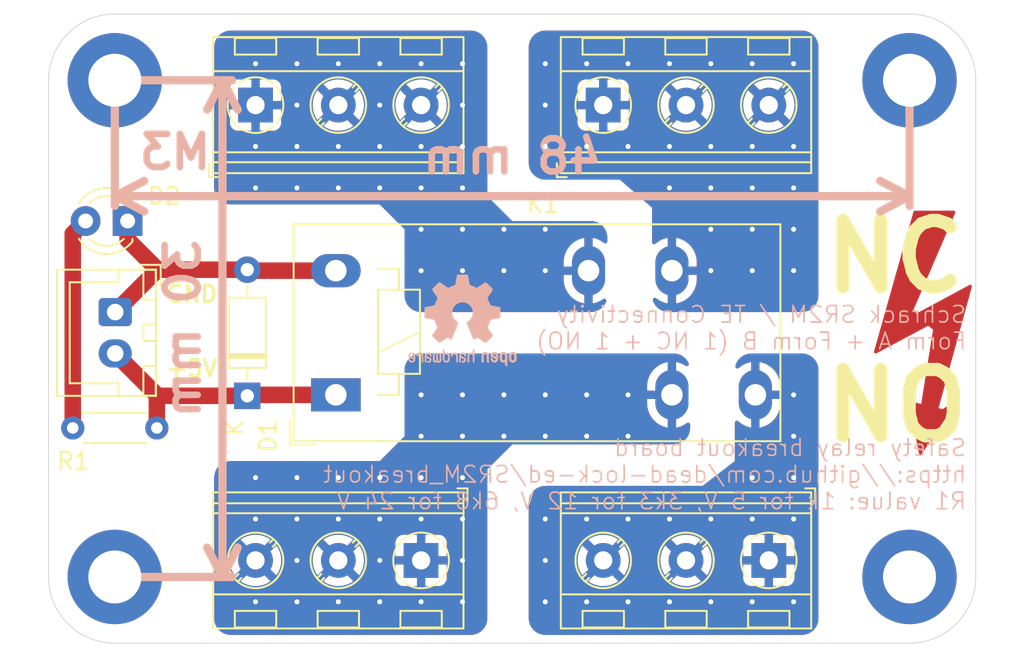
<source format=kicad_pcb>
(kicad_pcb (version 20240108) (generator "pcbnew") (generator_version "8.0")
  (layers (0 "F.Cu" signal) (31 "B.Cu" signal) (34 "B.Paste" user) (35 "F.Paste" user) (36 "B.SilkS" user "B.Silkscreen") (37 "F.SilkS" user "F.Silkscreen") (38 "B.Mask" user) (39 "F.Mask" user) (44 "Edge.Cuts" user))
  (net 0 "")
  (net 1 "GND")
  (net 2 "Net-(D1-K)")
  (net 3 "Net-(J2-Pin_1)")
  (net 4 "Net-(J3-Pin_1)")
  (net 5 "Net-(J4-Pin_1)")
  (net 6 "Net-(J5-Pin_1)")
  (net 11 "Net-(D2-A)")
  (footprint "TerminalBlock_RND:TerminalBlock_RND_205-00046_1x03_P5.00mm_Horizontal" (layer "F.Cu") (at 130 110 180)
    (property "Reference" "J4" (hide yes))
    (property "Value" "Screw_Terminal_01x03")
    (pad "1" thru_hole rect (at 0 0 180) (size 2.1 2.1) (drill 1.1) (layers "*.Cu" "*.Mask") (net 5 "Net-(J4-Pin_1)"))
    (pad "2" thru_hole circle (at 5 0 180) (size 2.1 2.1) (drill 1.1) (layers "*.Cu" "*.Mask") (net 5 "Net-(J4-Pin_1)"))
    (pad "3" thru_hole circle (at 10 0 180) (size 2.1 2.1) (drill 1.1) (layers "*.Cu" "*.Mask") (net 5 "Net-(J4-Pin_1)"))
  )
  (footprint "MountingHole:MountingHole_3.2mm_M3_ISO7380_Pad" (layer "F.Cu") (at 111.5 111)
    (property "Reference" "H4" (hide yes))
    (property "Value" "MountingHole_Pad")
    (pad "1" thru_hole circle (at 0 0) (size 5.7 5.7) (drill 3.2) (layers "*.Cu" "*.Mask"))
  )
  (footprint "DIY:Relay_Schrack-SR2M-FormA+B" (layer "F.Cu") (at 124.85 100)
    (property "Reference" "K1" (at 12.5 -11.5 0) (layer "F.SilkS"))
    (property "Value" "SCHRACK SR2M form A + form B")
    (pad "13" thru_hole oval (at 25.34 0 180) (size 2 3) (drill 1.3) (layers "*.Cu" "*.Mask") (net 3 "Net-(J2-Pin_1)"))
    (pad "14" thru_hole oval (at 20.3 0 180) (size 2 3) (drill 1.3) (layers "*.Cu" "*.Mask") (net 5 "Net-(J4-Pin_1)"))
    (pad "21" thru_hole oval (at 15.26 -7.5 180) (size 2 3) (drill 1.3) (layers "*.Cu" "*.Mask") (net 4 "Net-(J3-Pin_1)"))
    (pad "22" thru_hole oval (at 20.3 -7.5 180) (size 2 3) (drill 1.3) (layers "*.Cu" "*.Mask") (net 6 "Net-(J5-Pin_1)"))
    (pad "A1" thru_hole rect (at 0 0 180) (size 3 2) (drill 1.3) (layers "*.Cu" "*.Mask") (net 2 "Net-(D1-K)"))
    (pad "A2" thru_hole oval (at 0 -7.5 180) (size 3 2) (drill 1.3) (layers "*.Cu" "*.Mask") (net 1 "GND"))
  )
  (footprint "MountingHole:MountingHole_3.2mm_M3_ISO7380_Pad" (layer "F.Cu") (at 111.5 81)
    (property "Reference" "H3" (hide yes))
    (property "Value" "MountingHole_Pad")
    (pad "1" thru_hole circle (at 0 0) (size 5.7 5.7) (drill 3.2) (layers "*.Cu" "*.Mask"))
  )
  (footprint "Diode_THT:D_DO-35_SOD27_P7.62mm_Horizontal" (layer "F.Cu") (at 119.5 100.06 90)
    (property "Reference" "D1" (at -2.44 1.25 90) (layer "F.SilkS"))
    (property "Value" "BAT43")
    (fp_text user "K" (at -1.94 -0.75 90) (layer "F.SilkS"))
    (pad "1" thru_hole rect (at 0 0 90) (size 1.6 1.6) (drill 0.8) (layers "*.Cu" "*.Mask") (net 2 "Net-(D1-K)"))
    (pad "2" thru_hole oval (at 7.62 0 90) (size 1.6 1.6) (drill 0.8) (layers "*.Cu" "*.Mask") (net 1 "GND"))
  )
  (footprint "Symbol:Symbol_HighVoltage_NoTriangle_6x15mm_Copper" (layer "F.Cu") (at 160.5 96)
    (property "Reference" "REF**" (hide yes))
    (property "Value" "Symbol_HighVoltage_NoTriangle_6x15mm_Copper" (hide yes))
    (fp_poly (pts (xy -0.77 4.54) (xy 1.07 4.98) (xy -0.333376 7.501)) (stroke (width 0.2)) (fill solid) (layer "F.Cu"))
    (fp_poly (pts (xy 0.619125 -0.547625) (xy 0.13 -0.28) (xy 0.55 0.02)) (stroke (width 0.2)) (fill solid) (layer "F.Cu"))
    (fp_poly (pts (xy -0.88 -1.14) (xy -1.143 -0.5) (xy -0.52 -0.81) (xy -0.89 -1.14)) (stroke (width 0.2)) (fill solid) (layer "F.Cu"))
    (fp_poly (pts (xy -1.143 -0.5) (xy 2.666999 -2.547875) (xy 0.523874 5.262625) (xy 1.61925 4.595875) (xy -0.333376 7.501) (xy -1.04775 4.072001) (xy -0.285751 5.11975) (xy 0.619125 -0.547625) (xy -3.048001 1.405001) (xy -0.666751 -7.024625) (xy 1.666874 -7.024625)) (stroke (width 0.2)) (fill solid) (layer "F.Cu"))
  )
  (footprint "Connector_JST:JST_XH_B2B-XH-A_1x02_P2.50mm_Vertical" (layer "F.Cu") (at 111.525 95 -90)
    (property "Reference" "J1" (hide yes))
    (property "Value" "Conn_01x02_Socket")
    (pad "1" thru_hole roundrect (at 0 0 270) (size 1.7 2) (drill 1) (layers "*.Cu" "*.Mask") (roundrect_rratio 0.147059) (net 1 "GND"))
    (pad "2" thru_hole oval (at 2.5 0 270) (size 1.7 2) (drill 1) (layers "*.Cu" "*.Mask") (net 2 "Net-(D1-K)"))
  )
  (footprint "Resistor_THT:R_Axial_DIN0204_L3.6mm_D1.6mm_P5.08mm_Horizontal" (layer "F.Cu") (at 108.96 102)
    (property "Reference" "R1" (at 0.04 2 0) (layer "F.SilkS"))
    (property "Value" "1k")
    (pad "1" thru_hole circle (at 0 0) (size 1.4 1.4) (drill 0.7) (layers "*.Cu" "*.Mask") (net 11 "Net-(D2-A)"))
    (pad "2" thru_hole oval (at 5.08 0) (size 1.4 1.4) (drill 0.7) (layers "*.Cu" "*.Mask") (net 2 "Net-(D1-K)"))
  )
  (footprint "LED_THT:LED_D3.0mm" (layer "F.Cu") (at 112.275 89.5 180)
    (property "Reference" "D2" (at -2.225 1.5 360) (layer "F.SilkS"))
    (property "Value" "LED")
    (pad "1" thru_hole rect (at 0 0 180) (size 1.8 1.8) (drill 0.9) (layers "*.Cu" "*.Mask") (net 1 "GND"))
    (pad "2" thru_hole circle (at 2.54 0 180) (size 1.8 1.8) (drill 0.9) (layers "*.Cu" "*.Mask") (net 11 "Net-(D2-A)"))
  )
  (footprint "MountingHole:MountingHole_3.2mm_M3_ISO7380_Pad" (layer "F.Cu") (at 159.5 81)
    (property "Reference" "H1" (hide yes))
    (property "Value" "MountingHole_Pad")
    (pad "1" thru_hole circle (at 0 0) (size 5.7 5.7) (drill 3.2) (layers "*.Cu" "*.Mask"))
  )
  (footprint "TerminalBlock_RND:TerminalBlock_RND_205-00046_1x03_P5.00mm_Horizontal" (layer "F.Cu") (at 151 110 180)
    (property "Reference" "J2" (hide yes))
    (property "Value" "Screw_Terminal_01x03")
    (pad "1" thru_hole rect (at 0 0 180) (size 2.1 2.1) (drill 1.1) (layers "*.Cu" "*.Mask") (net 3 "Net-(J2-Pin_1)"))
    (pad "2" thru_hole circle (at 5 0 180) (size 2.1 2.1) (drill 1.1) (layers "*.Cu" "*.Mask") (net 3 "Net-(J2-Pin_1)"))
    (pad "3" thru_hole circle (at 10 0 180) (size 2.1 2.1) (drill 1.1) (layers "*.Cu" "*.Mask") (net 3 "Net-(J2-Pin_1)"))
  )
  (footprint "MountingHole:MountingHole_3.2mm_M3_ISO7380_Pad" (layer "F.Cu") (at 159.5 111)
    (property "Reference" "H2" (hide yes))
    (property "Value" "MountingHole_Pad")
    (pad "1" thru_hole circle (at 0 0) (size 5.7 5.7) (drill 3.2) (layers "*.Cu" "*.Mask"))
  )
  (footprint "TerminalBlock_RND:TerminalBlock_RND_205-00046_1x03_P5.00mm_Horizontal" (layer "F.Cu") (at 120 82.5)
    (property "Reference" "J3" (hide yes))
    (property "Value" "Screw_Terminal_01x03")
    (pad "1" thru_hole rect (at 0 0) (size 2.1 2.1) (drill 1.1) (layers "*.Cu" "*.Mask") (net 4 "Net-(J3-Pin_1)"))
    (pad "2" thru_hole circle (at 5 0) (size 2.1 2.1) (drill 1.1) (layers "*.Cu" "*.Mask") (net 4 "Net-(J3-Pin_1)"))
    (pad "3" thru_hole circle (at 10 0) (size 2.1 2.1) (drill 1.1) (layers "*.Cu" "*.Mask") (net 4 "Net-(J3-Pin_1)"))
  )
  (footprint "TerminalBlock_RND:TerminalBlock_RND_205-00046_1x03_P5.00mm_Horizontal" (layer "F.Cu") (at 141 82.5)
    (property "Reference" "J5" (hide yes))
    (property "Value" "Screw_Terminal_01x03")
    (pad "1" thru_hole rect (at 0 0) (size 2.1 2.1) (drill 1.1) (layers "*.Cu" "*.Mask") (net 6 "Net-(J5-Pin_1)"))
    (pad "2" thru_hole circle (at 5 0) (size 2.1 2.1) (drill 1.1) (layers "*.Cu" "*.Mask") (net 6 "Net-(J5-Pin_1)"))
    (pad "3" thru_hole circle (at 10 0) (size 2.1 2.1) (drill 1.1) (layers "*.Cu" "*.Mask") (net 6 "Net-(J5-Pin_1)"))
  )
  (footprint "Symbol:OSHW-Logo2_7.3x6mm_SilkScreen" (layer "B.Cu") (at 132.5 95.5 180)
    (property "Reference" "REF**" (hide yes))
    (property "Value" "OSHW-Logo2_7.3x6mm_SilkScreen" (hide yes))
  )
  (gr_arc (start 107.5 81) (mid 108.671573 78.171573) (end 111.5 77) (stroke (width 0.05)) (layer "Edge.Cuts"))
  (gr_arc (start 159.5 77) (mid 162.328427 78.171573) (end 163.5 81) (stroke (width 0.05)) (layer "Edge.Cuts"))
  (gr_line (start 111.5 77) (end 159.5 77) (stroke (width 0.05)) (layer "Edge.Cuts"))
  (gr_line (start 163.5 81) (end 163.5 111) (stroke (width 0.05)) (layer "Edge.Cuts"))
  (gr_line (start 107.5 111) (end 107.5 81) (stroke (width 0.05)) (layer "Edge.Cuts"))
  (gr_arc (start 111.5 115) (mid 108.671573 113.828427) (end 107.5 111) (stroke (width 0.05)) (layer "Edge.Cuts"))
  (gr_arc (start 163.5 111) (mid 162.328427 113.828427) (end 159.5 115) (stroke (width 0.05)) (layer "Edge.Cuts"))
  (gr_line (start 159.5 115) (end 111.5 115) (stroke (width 0.05)) (layer "Edge.Cuts"))
  (gr_text "M3" (at 117.5 86.5 0) (layer "B.SilkS") (effects (font (size 2 2) (thickness 0.4) (bold yes)) (justify left bottom mirror)))
  (gr_text "Schrack SR2M / TE Connectivity\nForm A + Form B (1 NC + 1 NO)\n\n\n\nSafety relay breakout board\nhttps://github.com/dead-lock-ed/SR2M_breakout\nR1 value: 1k for 5 V, 3k3 for 12 V, 6k8 for 24 V" (at 163 107 0) (layer "B.SilkS") (effects (font (size 1 1) (thickness 0.1)) (justify left bottom mirror)))
  (gr_text "NC" (at 154 94 0) (layer "F.SilkS") (effects (font (size 4 4) (thickness 0.8) (bold yes)) (justify left bottom)))
  (gr_text "+5V" (at 114.5 99 0) (layer "F.SilkS") (effects (font (size 1 1) (thickness 0.2) (bold yes)) (justify left bottom)))
  (gr_text "GND" (at 114.5 94.5 0) (layer "F.SilkS") (effects (font (size 1 1) (thickness 0.2) (bold yes)) (justify left bottom)))
  (gr_text "NO" (at 154 103 0) (layer "F.SilkS") (effects (font (size 4 4) (thickness 0.8) (bold yes)) (justify left bottom)))
  (dimension (type aligned) (layer "B.SilkS") (pts (xy 111.5 81) (xy 111.5 111)) (height -6.5) (gr_text "30 mm" (at 115.6 96 90) (layer "B.SilkS") (effects (font (size 2 2) (thickness 0.4) (bold yes)) (justify mirror))) (format (prefix "") (suffix "") (units 3) (units_format 1) (precision 4) suppress_zeroes) (style (thickness 0.5) (arrow_length 2) (text_position_mode 0) (extension_height 0.58642) (extension_offset 0.5) keep_text_aligned))
  (dimension (type aligned) (layer "B.SilkS") (pts (xy 111.5 81) (xy 159.5 81)) (height 6.999999) (gr_text "48 mm" (at 135.5 85.599999 0) (layer "B.SilkS") (effects (font (size 2 2) (thickness 0.4) (bold yes)) (justify mirror))) (format (prefix "") (suffix "") (units 3) (units_format 1) (precision 4) suppress_zeroes) (style (thickness 0.5) (arrow_length 2) (text_position_mode 0) (extension_height 0.58642) (extension_offset 0.5) keep_text_aligned))
  (segment (start 124.85 92.5) (end 119.56 92.5) (width 1) (layer "F.Cu") (net 1))
  (segment (start 119.5 92.44) (end 114.085 92.44) (width 1) (layer "F.Cu") (net 1))
  (segment (start 112.275 90.63) (end 114.085 92.44) (width 1) (layer "F.Cu") (net 1))
  (segment (start 124.79 92.44) (end 124.85 92.5) (width 1) (layer "F.Cu") (net 1))
  (segment (start 114.085 92.44) (end 111.525 95) (width 1) (layer "F.Cu") (net 1))
  (segment (start 112.275 89.5) (end 112.275 90.63) (width 1) (layer "F.Cu") (net 1))
  (segment (start 119.56 92.5) (end 119.5 92.44) (width 1) (layer "F.Cu") (net 1))
  (segment (start 114.04 102) (end 114.04 100.105) (width 1) (layer "F.Cu") (net 2))
  (segment (start 124.79 100.06) (end 124.85 100) (width 1) (layer "F.Cu") (net 2))
  (segment (start 119.56 100) (end 119.5 100.06) (width 1) (layer "F.Cu") (net 2))
  (segment (start 124.85 100) (end 119.56 100) (width 1) (layer "F.Cu") (net 2))
  (segment (start 114.085 100.06) (end 111.525 97.5) (width 1) (layer "F.Cu") (net 2))
  (segment (start 114.04 100.105) (end 114.085 100.06) (width 1) (layer "F.Cu") (net 2))
  (segment (start 119.5 100.06) (end 114.085 100.06) (width 1) (layer "F.Cu") (net 2))
  (via (at 147.5 112.5) (size 0.6) (drill 0.3) (layers "F.Cu" "B.Cu") (net 3))
  (via (at 145 107.5) (size 0.6) (drill 0.3) (layers "F.Cu" "B.Cu") (net 3))
  (via (at 150 112.5) (size 0.6) (drill 0.3) (layers "F.Cu" "B.Cu") (net 3))
  (via (at 152.5 102.5) (size 0.6) (drill 0.3) (layers "F.Cu" "B.Cu") (net 3))
  (via (at 145 112.5) (size 0.6) (drill 0.3) (layers "F.Cu" "B.Cu") (net 3))
  (via (at 147.5 107.5) (size 0.6) (drill 0.3) (layers "F.Cu" "B.Cu") (net 3))
  (via (at 150 107.5) (size 0.6) (drill 0.3) (layers "F.Cu" "B.Cu") (net 3))
  (via (at 152.5 105) (size 0.6) (drill 0.3) (layers "F.Cu" "B.Cu") (net 3))
  (via (at 137.5 112.5) (size 0.6) (drill 0.3) (layers "F.Cu" "B.Cu") (net 3))
  (via (at 140 112.5) (size 0.6) (drill 0.3) (layers "F.Cu" "B.Cu") (net 3))
  (via (at 150 105) (size 0.6) (drill 0.3) (layers "F.Cu" "B.Cu") (net 3))
  (via (at 140 107.5) (size 0.6) (drill 0.3) (layers "F.Cu" "B.Cu") (net 3))
  (via (at 137.5 110) (size 0.6) (drill 0.3) (layers "F.Cu" "B.Cu") (net 3))
  (via (at 137.5 107.5) (size 0.6) (drill 0.3) (layers "F.Cu" "B.Cu") (net 3))
  (via (at 152.5 112.5) (size 0.6) (drill 0.3) (layers "F.Cu" "B.Cu") (net 3))
  (via (at 152.5 107.5) (size 0.6) (drill 0.3) (layers "F.Cu" "B.Cu") (net 3))
  (via (at 142.5 112.5) (size 0.6) (drill 0.3) (layers "F.Cu" "B.Cu") (net 3))
  (via (at 152.5 100) (size 0.6) (drill 0.3) (layers "F.Cu" "B.Cu") (net 3))
  (via (at 142.5 107.5) (size 0.6) (drill 0.3) (layers "F.Cu" "B.Cu") (net 3))
  (via (at 125 80) (size 0.6) (drill 0.3) (layers "F.Cu" "B.Cu") (net 4))
  (via (at 132.5 82.5) (size 0.6) (drill 0.3) (layers "F.Cu" "B.Cu") (net 4))
  (via (at 130 80) (size 0.6) (drill 0.3) (layers "F.Cu" "B.Cu") (net 4))
  (via (at 137.5 90) (size 0.6) (drill 0.3) (layers "F.Cu" "B.Cu") (net 4))
  (via (at 120 80) (size 0.6) (drill 0.3) (layers "F.Cu" "B.Cu") (net 4))
  (via (at 125 87.5) (size 0.6) (drill 0.3) (layers "F.Cu" "B.Cu") (net 4))
  (via (at 120 85) (size 0.6) (drill 0.3) (layers "F.Cu" "B.Cu") (net 4))
  (via (at 127.5 87.5) (size 0.6) (drill 0.3) (layers "F.Cu" "B.Cu") (net 4))
  (via (at 122.5 82.5) (size 0.6) (drill 0.3) (layers "F.Cu" "B.Cu") (net 4))
  (via (at 132.5 80) (size 0.6) (drill 0.3) (layers "F.Cu" "B.Cu") (net 4))
  (via (at 130 87.5) (size 0.6) (drill 0.3) (layers "F.Cu" "B.Cu") (net 4))
  (via (at 127.5 80) (size 0.6) (drill 0.3) (layers "F.Cu" "B.Cu") (net 4))
  (via (at 122.5 80) (size 0.6) (drill 0.3) (layers "F.Cu" "B.Cu") (net 4))
  (via (at 132.5 87.5) (size 0.6) (drill 0.3) (layers "F.Cu" "B.Cu") (net 4))
  (via (at 122.5 85) (size 0.6) (drill 0.3) (layers "F.Cu" "B.Cu") (net 4))
  (via (at 125 85) (size 0.6) (drill 0.3) (layers "F.Cu" "B.Cu") (net 4))
  (via (at 135 92.5) (size 0.6) (drill 0.3) (layers "F.Cu" "B.Cu") (net 4))
  (via (at 132.5 85) (size 0.6) (drill 0.3) (layers "F.Cu" "B.Cu") (net 4))
  (via (at 120 87.5) (size 0.6) (drill 0.3) (layers "F.Cu" "B.Cu") (net 4))
  (via (at 127.5 85) (size 0.6) (drill 0.3) (layers "F.Cu" "B.Cu") (net 4))
  (via (at 130 85) (size 0.6) (drill 0.3) (layers "F.Cu" "B.Cu") (net 4))
  (via (at 132.5 92.5) (size 0.6) (drill 0.3) (layers "F.Cu" "B.Cu") (net 4))
  (via (at 130 92.5) (size 0.6) (drill 0.3) (layers "F.Cu" "B.Cu") (net 4))
  (via (at 130 90) (size 0.6) (drill 0.3) (layers "F.Cu" "B.Cu") (net 4))
  (via (at 132.5 90) (size 0.6) (drill 0.3) (layers "F.Cu" "B.Cu") (net 4))
  (via (at 135 90) (size 0.6) (drill 0.3) (layers "F.Cu" "B.Cu") (net 4))
  (via (at 137.5 92.5) (size 0.6) (drill 0.3) (layers "F.Cu" "B.Cu") (net 4))
  (via (at 127.5 82.5) (size 0.6) (drill 0.3) (layers "F.Cu" "B.Cu") (net 4))
  (via (at 122.5 87.5) (size 0.6) (drill 0.3) (layers "F.Cu" "B.Cu") (net 4))
  (via (at 127.5 110) (size 0.6) (drill 0.3) (layers "F.Cu" "B.Cu") (net 5))
  (via (at 125 107.5) (size 0.6) (drill 0.3) (layers "F.Cu" "B.Cu") (net 5))
  (via (at 142.5 102.5) (size 0.6) (drill 0.3) (layers "F.Cu" "B.Cu") (net 5))
  (via (at 132.5 100) (size 0.6) (drill 0.3) (layers "F.Cu" "B.Cu") (net 5))
  (via (at 135 102.5) (size 0.6) (drill 0.3) (layers "F.Cu" "B.Cu") (net 5))
  (via (at 127.5 105) (size 0.6) (drill 0.3) (layers "F.Cu" "B.Cu") (net 5))
  (via (at 120 107.5) (size 0.6) (drill 0.3) (layers "F.Cu" "B.Cu") (net 5))
  (via (at 132.5 107.5) (size 0.6) (drill 0.3) (layers "F.Cu" "B.Cu") (net 5))
  (via (at 130 107.5) (size 0.6) (drill 0.3) (layers "F.Cu" "B.Cu") (net 5))
  (via (at 132.5 105) (size 0.6) (drill 0.3) (layers "F.Cu" "B.Cu") (net 5))
  (via (at 130 102.5) (size 0.6) (drill 0.3) (layers "F.Cu" "B.Cu") (net 5))
  (via (at 132.5 112.5) (size 0.6) (drill 0.3) (layers "F.Cu" "B.Cu") (net 5))
  (via (at 140 102.5) (size 0.6) (drill 0.3) (layers "F.Cu" "B.Cu") (net 5))
  (via (at 130 100) (size 0.6) (drill 0.3) (layers "F.Cu" "B.Cu") (net 5))
  (via (at 127.5 107.5) (size 0.6) (drill 0.3) (layers "F.Cu" "B.Cu") (net 5))
  (via (at 127.5 112.5) (size 0.6) (drill 0.3) (layers "F.Cu" "B.Cu") (net 5))
  (via (at 137.5 102.5) (size 0.6) (drill 0.3) (layers "F.Cu" "B.Cu") (net 5))
  (via (at 122.5 107.5) (size 0.6) (drill 0.3) (layers "F.Cu" "B.Cu") (net 5))
  (via (at 125 112.5) (size 0.6) (drill 0.3) (layers "F.Cu" "B.Cu") (net 5))
  (via (at 135 100) (size 0.6) (drill 0.3) (layers "F.Cu" "B.Cu") (net 5))
  (via (at 120 112.5) (size 0.6) (drill 0.3) (layers "F.Cu" "B.Cu") (net 5))
  (via (at 125 105) (size 0.6) (drill 0.3) (layers "F.Cu" "B.Cu") (net 5))
  (via (at 130 105) (size 0.6) (drill 0.3) (layers "F.Cu" "B.Cu") (net 5))
  (via (at 140 100) (size 0.6) (drill 0.3) (layers "F.Cu" "B.Cu") (net 5))
  (via (at 137.5 100) (size 0.6) (drill 0.3) (layers "F.Cu" "B.Cu") (net 5))
  (via (at 122.5 110) (size 0.6) (drill 0.3) (layers "F.Cu" "B.Cu") (net 5))
  (via (at 130 112.5) (size 0.6) (drill 0.3) (layers "F.Cu" "B.Cu") (net 5))
  (via (at 132.5 102.5) (size 0.6) (drill 0.3) (layers "F.Cu" "B.Cu") (net 5))
  (via (at 142.5 100) (size 0.6) (drill 0.3) (layers "F.Cu" "B.Cu") (net 5))
  (via (at 122.5 112.5) (size 0.6) (drill 0.3) (layers "F.Cu" "B.Cu") (net 5))
  (via (at 122.5 105) (size 0.6) (drill 0.3) (layers "F.Cu" "B.Cu") (net 5))
  (via (at 132.5 110) (size 0.6) (drill 0.3) (layers "F.Cu" "B.Cu") (net 5))
  (via (at 120 105) (size 0.6) (drill 0.3) (layers "F.Cu" "B.Cu") (net 5))
  (via (at 137.5 85) (size 0.6) (drill 0.3) (layers "F.Cu" "B.Cu") (net 6))
  (via (at 150 85) (size 0.6) (drill 0.3) (layers "F.Cu" "B.Cu") (net 6))
  (via (at 142.5 85) (size 0.6) (drill 0.3) (layers "F.Cu" "B.Cu") (net 6))
  (via (at 137.5 80) (size 0.6) (drill 0.3) (layers "F.Cu" "B.Cu") (net 6))
  (via (at 152.5 80) (size 0.6) (drill 0.3) (layers "F.Cu" "B.Cu") (net 6))
  (via (at 137.5 82.5) (size 0.6) (drill 0.3) (layers "F.Cu" "B.Cu") (net 6))
  (via (at 147.5 92.5) (size 0.6) (drill 0.3) (layers "F.Cu" "B.Cu") (net 6))
  (via (at 147.5 80) (size 0.6) (drill 0.3) (layers "F.Cu" "B.Cu") (net 6))
  (via (at 152.5 87.5) (size 0.6) (drill 0.3) (layers "F.Cu" "B.Cu") (net 6))
  (via (at 150 92.5) (size 0.6) (drill 0.3) (layers "F.Cu" "B.Cu") (net 6))
  (via (at 145 80) (size 0.6) (drill 0.3) (layers "F.Cu" "B.Cu") (net 6))
  (via (at 145 87.5) (size 0.6) (drill 0.3) (layers "F.Cu" "B.Cu") (net 6))
  (via (at 145 85) (size 0.6) (drill 0.3) (layers "F.Cu" "B.Cu") (net 6))
  (via (at 150 80) (size 0.6) (drill 0.3) (layers "F.Cu" "B.Cu") (net 6))
  (via (at 152.5 92.5) (size 0.6) (drill 0.3) (layers "F.Cu" "B.Cu") (net 6))
  (via (at 147.5 87.5) (size 0.6) (drill 0.3) (layers "F.Cu" "B.Cu") (net 6))
  (via (at 152.5 90) (size 0.6) (drill 0.3) (layers "F.Cu" "B.Cu") (net 6))
  (via (at 147.5 90) (size 0.6) (drill 0.3) (layers "F.Cu" "B.Cu") (net 6))
  (via (at 150 87.5) (size 0.6) (drill 0.3) (layers "F.Cu" "B.Cu") (net 6))
  (via (at 152.5 85) (size 0.6) (drill 0.3) (layers "F.Cu" "B.Cu") (net 6))
  (via (at 142.5 80) (size 0.6) (drill 0.3) (layers "F.Cu" "B.Cu") (net 6))
  (via (at 140 80) (size 0.6) (drill 0.3) (layers "F.Cu" "B.Cu") (net 6))
  (via (at 150 90) (size 0.6) (drill 0.3) (layers "F.Cu" "B.Cu") (net 6))
  (via (at 147.5 85) (size 0.6) (drill 0.3) (layers "F.Cu" "B.Cu") (net 6))
  (via (at 140 85) (size 0.6) (drill 0.3) (layers "F.Cu" "B.Cu") (net 6))
  (segment (start 109.735 89.5) (end 108.96 90.275) (width 1) (layer "F.Cu") (net 11))
  (segment (start 108.96 90.275) (end 108.96 102) (width 1) (layer "F.Cu") (net 11))
  (zone (net 4) (net_name "Net-(J3-Pin_1)") (layers "F&B.Cu") (name "ConnJ3") (connect_pads (clearance 0.5)) (min_thickness 0.25) (fill yes (thermal_gap 0.5) (thermal_bridge_width 0.5) (smoothing fillet) (radius 1))
    (polygon (pts (xy 141.25 95) (xy 141.25 89.5) (xy 135.5 89.5) (xy 134 88) (xy 134 78) (xy 117.5 78) (xy 117.5 88.5) (xy 127.5 88.5) (xy 129 90) (xy 129 95)))
  )
  (zone (net 5) (net_name "Net-(J4-Pin_1)") (layers "F&B.Cu") (name "ConnJ4") (priority 1) (connect_pads (clearance 0.5)) (min_thickness 0.25) (fill yes (thermal_gap 0.5) (thermal_bridge_width 0.5) (smoothing fillet) (radius 1))
    (polygon (pts (xy 129 97.5) (xy 129 102.5) (xy 127.5 104) (xy 117.5 104) (xy 117.5 114.5) (xy 134 114.5) (xy 134 104.5) (xy 135.5 103) (xy 146.25 103) (xy 146.25 97.5)))
  )
  (zone (net 3) (net_name "Net-(J2-Pin_1)") (layers "F&B.Cu") (name "ConnJ2") (priority 2) (connect_pads (clearance 0.5)) (min_thickness 0.25) (fill yes (thermal_gap 0.5) (thermal_bridge_width 0.5) (smoothing fillet) (radius 1))
    (polygon (pts (xy 148.95 104) (xy 148.95 97.5) (xy 154 97.5) (xy 154 114.5) (xy 136.5 114.5) (xy 136.5 105.5) (xy 147 105.5)))
  )
  (zone (net 6) (net_name "Net-(J5-Pin_1)") (layers "F&B.Cu") (name "ConnJ5") (priority 3) (connect_pads (clearance 0.5)) (min_thickness 0.25) (fill yes (thermal_gap 0.5) (thermal_bridge_width 0.5) (smoothing fillet) (radius 1))
    (polygon (pts (xy 143.95 95) (xy 143.95 88.7) (xy 142 87) (xy 136.5 87) (xy 136.5 78) (xy 154 78) (xy 154 95)))
  )
)
</source>
